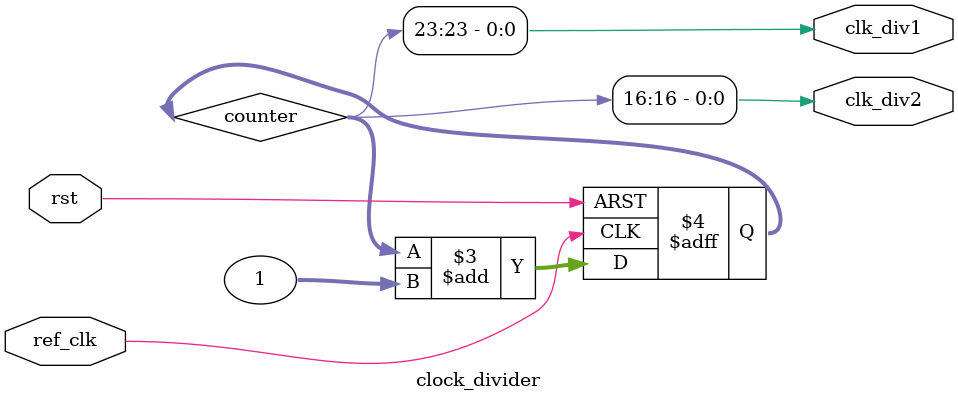
<source format=v>
module clock_divider (
    output    wire     clk_div1, clk_div2,
    input     wire     ref_clk,
    input     wire     rst
);

reg    [31:0]    counter;

assign clk_div1 = counter[23];
assign clk_div2 = counter[16];


always @(posedge ref_clk or negedge rst)
    begin
        if (!rst)
            begin
                counter <= 32'b0;
            end
        else
            begin
                counter <= counter + 32'b1;
            end
    end
endmodule
</source>
